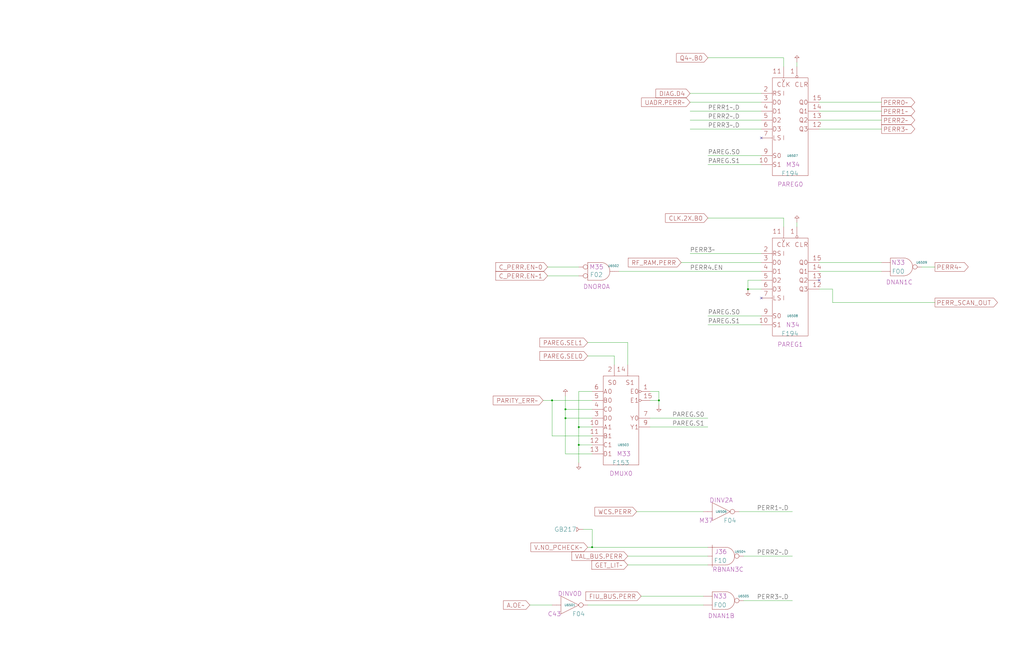
<source format=kicad_sch>
(kicad_sch (version 20211123) (generator eeschema)
  (paper "User" 584.2 378.46)
  (title_block (title "DIAGNOSTIC PROCESSOR\\nPULLUPS & PARITY REGISTER") (date "22-MAR-90") (rev "1.0") (comment 1 "VALUE") (comment 2 "232-003063") (comment 3 "S400") (comment 4 "RELEASED"))
  (lib_symbols
    (symbol "r1000:F00" (pin_numbers hide) (pin_names hide)
      (property "Reference" "U" (at 15.24 0 0))
      (property "Value" "F00" (at 1.905 -5.08 0))
      (property "Location" "___" (at 1.905 0 0))
      (property "Name" "______" (at 2.54 -12.7 0))
      (symbol "F00_0_1"
        (polyline (pts (xy -2.54 -7.62) (xy 5.08 -7.62)) (stroke (width 0.1524)))
        (polyline (pts (xy -2.54 2.54) (xy -2.54 -7.62)) (stroke (width 0.1524)))
        (polyline (pts (xy -2.54 2.54) (xy 5.08 2.54)) (stroke (width 0.1524)))
        (arc (start 5.08 -7.62) (mid 10.1282 -2.54) (end 5.08 2.54) (stroke (width 0.1524)))
        (circle (center 11.43 -2.54) (radius 1.27) (stroke (width 0.1524)))
      )
      (symbol "F00_0_2"
        (circle (center -3.81 -5.08) (radius 1.27) (stroke (width 0.1524)))
        (circle (center -3.81 0) (radius 1.27) (stroke (width 0.1524)))
        (arc (start -3.175 -7.62) (mid -2.134 -2.54) (end -3.175 2.54) (stroke (width 0.1524)))
        (polyline (pts (xy -3.175 -7.62) (xy 3.81 -7.62)) (stroke (width 0.1524)))
        (polyline (pts (xy -3.175 2.54) (xy 3.81 2.54)) (stroke (width 0.1524)))
        (arc (start 3.81 -7.62) (mid 7.5855 -5.8306) (end 10.16 -2.54) (stroke (width 0.1524)))
        (arc (start 10.16 -2.54) (mid 7.5827 0.7471) (end 3.81 2.54) (stroke (width 0.1524)))
      )
      (symbol "F00_1_1"
        (pin input line (at -7.62 0 0) (length 5.08) (name "D0") (number "1"))
        (pin input line (at -7.62 -5.08 0) (length 5.08) (name "D1") (number "2"))
        (pin output line (at 15.24 -2.54 180) (length 2.54) (name "Q") (number "3"))
      )
      (symbol "F00_1_2"
        (pin input line (at -7.62 0 0) (length 2.54) (name "D0") (number "1"))
        (pin input line (at -7.62 -5.08 0) (length 2.54) (name "D1") (number "2"))
        (pin output line (at 15.24 -2.54 180) (length 5.08) (name "Q") (number "3"))
      )
    )
    (symbol "r1000:F02" (pin_numbers hide) (pin_names hide)
      (property "Reference" "U" (at 12.16 0.635 0))
      (property "Value" "F02" (at -1.27 -4.445 0))
      (property "Location" "___" (at 2.54 0 0))
      (property "Name" "______" (at 2.54 -12.7 0))
      (symbol "F02_0_1"
        (arc (start -3.81 -7.62) (mid -2.9847 -2.54) (end -3.81 2.54) (stroke (width 0.1524)))
        (polyline (pts (xy -5.08 -5.08) (xy -3.175 -5.08)) (stroke (width 0.1524)))
        (polyline (pts (xy -5.08 0) (xy -3.175 0)) (stroke (width 0.1524)))
        (polyline (pts (xy -3.81 -7.62) (xy 2.54 -7.62)) (stroke (width 0.1524)))
        (polyline (pts (xy -3.81 2.54) (xy 2.54 2.54)) (stroke (width 0.1524)))
        (polyline (pts (xy 13.97 -2.54) (xy 12.7 -2.54)) (stroke (width 0.1524)))
        (arc (start 2.54 -7.62) (mid 6.9515 -5.9823) (end 10.16 -2.54) (stroke (width 0.1524)))
        (arc (start 10.16 -2.54) (mid 6.9478 0.8966) (end 2.54 2.54) (stroke (width 0.1524)))
        (circle (center 11.43 -2.54) (radius 1.27) (stroke (width 0.1524)))
      )
      (symbol "F02_0_2"
        (circle (center -3.81 -5.08) (radius 1.27) (stroke (width 0.1524)))
        (circle (center -3.81 0) (radius 1.27) (stroke (width 0.1524)))
        (polyline (pts (xy -2.54 -7.62) (xy 5.08 -7.62)) (stroke (width 0.1524)))
        (polyline (pts (xy -2.54 2.54) (xy -2.54 -7.62)) (stroke (width 0.1524)))
        (polyline (pts (xy -2.54 2.54) (xy 5.08 2.54)) (stroke (width 0.1524)))
        (polyline (pts (xy 11.43 -2.54) (xy 10.16 -2.54)) (stroke (width 0.1524)))
        (polyline (pts (xy 11.43 -2.54) (xy 12.7 -2.54)) (stroke (width 0.1524)))
        (arc (start 5.08 -7.62) (mid 10.1282 -2.54) (end 5.08 2.54) (stroke (width 0.1524)))
      )
      (symbol "F02_1_1"
        (pin input line (at -7.62 0 0) (length 2.54) (name "D0") (number "1"))
        (pin input line (at -7.62 -5.08 0) (length 2.54) (name "D1") (number "2"))
        (pin output line (at 15.24 -2.54 180) (length 1.27) (name "Q") (number "3"))
      )
      (symbol "F02_1_2"
        (pin input line (at -7.62 0 0) (length 2.54) (name "D0") (number "1"))
        (pin input line (at -7.62 -5.08 0) (length 2.54) (name "D1") (number "2"))
        (pin output line (at 15.24 -2.54 180) (length 2.54) (name "Q") (number "3"))
      )
    )
    (symbol "r1000:F04" (pin_numbers hide) (pin_names hide)
      (property "Reference" "U" (at 0 0 0))
      (property "Value" "F04" (at 1.27 -5.08 0))
      (property "Location" "___" (at -12.7 -5.08 0))
      (property "Name" "______" (at 0 5.08 0))
      (symbol "F04_0_1"
        (polyline (pts (xy -7.62 0) (xy -5.08 0)) (stroke (width 0.1524)))
        (polyline (pts (xy -5.08 5.08) (xy -5.08 -5.08)) (stroke (width 0.1524)))
        (polyline (pts (xy 5.08 0) (xy -5.08 -5.08)) (stroke (width 0.1524)))
        (polyline (pts (xy 5.08 0) (xy -5.08 5.08)) (stroke (width 0.1524)))
        (circle (center 6.35 0) (radius 1.27) (stroke (width 0.1524)))
      )
      (symbol "F04_1_1"
        (pin input line (at -10.16 0 0) (length 2.54) (name "D") (number "1"))
        (pin output line (at 10.16 0 180) (length 2.54) (name "Q") (number "2"))
      )
    )
    (symbol "r1000:F10" (pin_numbers hide) (pin_names hide)
      (property "Reference" "U" (at 13.335 0 0))
      (property "Value" "F10" (at 5.715 -5.08 0))
      (property "Location" "___" (at -1.27 0 0))
      (property "Name" "______" (at -2.54 -10.16 0))
      (symbol "F10_0_1"
        (polyline (pts (xy -2.54 -7.62) (xy 5.08 -7.62)) (stroke (width 0.1524)))
        (polyline (pts (xy -2.54 2.54) (xy 5.08 2.54)) (stroke (width 0.1524)))
        (polyline (pts (xy -2.54 3.81) (xy -2.54 -8.89)) (stroke (width 0.1524)))
        (arc (start 5.08 -7.62) (mid 10.1282 -2.54) (end 5.08 2.54) (stroke (width 0.1524)))
        (circle (center 11.43 -2.54) (radius 1.27) (stroke (width 0.1524)))
      )
      (symbol "F10_0_2"
        (circle (center -3.81 -7.62) (radius 1.27) (stroke (width 0.1524)))
        (circle (center -3.81 2.54) (radius 1.27) (stroke (width 0.1524)))
        (circle (center -3.175 -2.54) (radius 1.27) (stroke (width 0.1524)))
        (arc (start -2.54 -7.62) (mid -1.8195 -2.54) (end -2.54 2.54) (stroke (width 0.1524)))
        (polyline (pts (xy -4.445 -2.54) (xy -5.08 -2.54)) (stroke (width 0.1524)))
        (polyline (pts (xy -2.54 -7.62) (xy 5.08 -7.62)) (stroke (width 0.1524)))
        (polyline (pts (xy -2.54 2.54) (xy 5.08 2.54)) (stroke (width 0.1524)))
        (polyline (pts (xy 10.795 -2.54) (xy 12.7 -2.54)) (stroke (width 0.1524)))
        (arc (start 5.08 -7.62) (mid 8.4845 -5.6954) (end 10.795 -2.54) (stroke (width 0.1524)))
        (arc (start 10.795 -2.54) (mid 8.4807 0.6111) (end 5.08 2.54) (stroke (width 0.1524)))
      )
      (symbol "F10_1_1"
        (pin input line (at -5.08 2.54 0) (length 2.54) (name "D0") (number "1"))
        (pin input line (at -5.08 -2.54 0) (length 2.54) (name "D1") (number "2"))
        (pin input line (at -5.08 -7.62 0) (length 2.54) (name "D2") (number "3"))
        (pin output line (at 15.24 -2.54 180) (length 2.54) (name "Q") (number "4"))
      )
      (symbol "F10_1_2"
        (pin input line (at -5.08 2.54 0) (length 0) (name "D0") (number "1"))
        (pin input line (at -5.08 -2.54 0) (length 0) (name "D1") (number "2"))
        (pin input line (at -5.08 -7.62 0) (length 0) (name "D2") (number "3"))
        (pin output line (at 15.24 -2.54 180) (length 2.54) (name "Q") (number "4"))
      )
    )
    (symbol "r1000:F153" (pin_numbers hide) (pin_names (offset 1.016) hide)
      (property "Reference" "U" (at 2.54 5.08 0))
      (property "Value" "F153" (at -3.81 -5.08 0))
      (property "Location" "___" (at -1.27 0 0))
      (property "Name" "______" (at 1.27 -12.7 0))
      (symbol "F153_1_1"
        (rectangle (start -8.89 44.45) (end 11.43 -6.35))
        (circle (center 12.065 30.48) (radius 0.635))
        (circle (center 12.065 35.56) (radius 0.635))
        (text "0" (at -12.7 17.78 0) (effects (font (size 2.54 2.54))))
        (text "0" (at -5.08 20.32 0) (effects (font (size 2.54 2.54))))
        (text "0" (at -5.08 25.4 0) (effects (font (size 2.54 2.54))))
        (text "0" (at -5.08 30.48 0) (effects (font (size 2.54 2.54))))
        (text "0" (at -5.08 35.56 0) (effects (font (size 2.54 2.54))))
        (text "0" (at -2.54 40.64 0) (effects (font (size 2.54 2.54))))
        (text "0" (at 10.16 20.32 0) (effects (font (size 2.54 2.54))))
        (text "0" (at 10.16 35.56 0) (effects (font (size 2.54 2.54))))
        (text "1" (at -15.24 2.54 0) (effects (font (size 2.54 2.54))))
        (text "1" (at -15.24 7.62 0) (effects (font (size 2.54 2.54))))
        (text "1" (at -15.24 12.7 0) (effects (font (size 2.54 2.54))))
        (text "1" (at -15.24 17.78 0) (effects (font (size 2.54 2.54))))
        (text "1" (at -12.7 12.7 0) (effects (font (size 2.54 2.54))))
        (text "1" (at -5.08 0 0) (effects (font (size 2.54 2.54))))
        (text "1" (at -5.08 5.08 0) (effects (font (size 2.54 2.54))))
        (text "1" (at -5.08 10.16 0) (effects (font (size 2.54 2.54))))
        (text "1" (at -5.08 15.24 0) (effects (font (size 2.54 2.54))))
        (text "1" (at 0 48.26 0) (effects (font (size 2.54 2.54))))
        (text "1" (at 7.62 40.64 0) (effects (font (size 2.54 2.54))))
        (text "1" (at 10.16 15.24 0) (effects (font (size 2.54 2.54))))
        (text "1" (at 10.16 30.48 0) (effects (font (size 2.54 2.54))))
        (text "1" (at 15.24 33.02 0) (effects (font (size 2.54 2.54))))
        (text "1" (at 15.24 38.1 0) (effects (font (size 2.54 2.54))))
        (text "2" (at -12.7 7.62 0) (effects (font (size 2.54 2.54))))
        (text "2" (at -5.08 48.26 0) (effects (font (size 2.54 2.54))))
        (text "3" (at -12.7 2.54 0) (effects (font (size 2.54 2.54))))
        (text "3" (at -12.7 22.86 0) (effects (font (size 2.54 2.54))))
        (text "4" (at -12.7 27.94 0) (effects (font (size 2.54 2.54))))
        (text "4" (at 2.54 48.26 0) (effects (font (size 2.54 2.54))))
        (text "5" (at -12.7 33.02 0) (effects (font (size 2.54 2.54))))
        (text "5" (at 17.78 33.02 0) (effects (font (size 2.54 2.54))))
        (text "6" (at -12.7 38.1 0) (effects (font (size 2.54 2.54))))
        (text "7" (at 15.24 22.86 0) (effects (font (size 2.54 2.54))))
        (text "9" (at 15.24 17.78 0) (effects (font (size 2.54 2.54))))
        (text "A" (at -7.62 15.24 0) (effects (font (size 2.54 2.54))))
        (text "A" (at -7.62 35.56 0) (effects (font (size 2.54 2.54))))
        (text "B" (at -7.62 10.16 0) (effects (font (size 2.54 2.54))))
        (text "B" (at -7.62 30.48 0) (effects (font (size 2.54 2.54))))
        (text "C" (at -7.62 5.08 0) (effects (font (size 2.54 2.54))))
        (text "C" (at -7.62 25.4 0) (effects (font (size 2.54 2.54))))
        (text "D" (at -7.62 0 0) (effects (font (size 2.54 2.54))))
        (text "D" (at -7.62 20.32 0) (effects (font (size 2.54 2.54))))
        (text "E" (at 7.62 30.48 0) (effects (font (size 2.54 2.54))))
        (text "E" (at 7.62 35.56 0) (effects (font (size 2.54 2.54))))
        (text "S" (at -5.08 40.64 0) (effects (font (size 2.54 2.54))))
        (text "S" (at 5.08 40.64 0) (effects (font (size 2.54 2.54))))
        (text "Y" (at 7.62 15.24 0) (effects (font (size 2.54 2.54))))
        (text "Y" (at 7.62 20.32 0) (effects (font (size 2.54 2.54))))
        (pin input line (at 17.78 35.56 180) (length 5.08) (name "E0_") (number "1"))
        (pin input line (at -15.24 15.24 0) (length 6.35) (name "A1") (number "10"))
        (pin input line (at -15.24 10.16 0) (length 6.35) (name "B1") (number "11"))
        (pin input line (at -15.24 5.08 0) (length 6.35) (name "C1") (number "12"))
        (pin input line (at -15.24 0 0) (length 6.35) (name "D1") (number "13"))
        (pin input line (at 5.08 50.8 270) (length 6.35) (name "S1") (number "14"))
        (pin input line (at 17.78 30.48 180) (length 5.08) (name "E1_") (number "15"))
        (pin input line (at -2.54 50.8 270) (length 6.35) (name "S0") (number "2"))
        (pin input line (at -15.24 20.32 0) (length 6.35) (name "D0") (number "3"))
        (pin input line (at -15.24 25.4 0) (length 6.35) (name "C0") (number "4"))
        (pin input line (at -15.24 30.48 0) (length 6.35) (name "B0") (number "5"))
        (pin input line (at -15.24 35.56 0) (length 6.35) (name "A0") (number "6"))
        (pin output line (at 17.78 20.32 180) (length 6.35) (name "Y0") (number "7"))
        (pin output line (at 17.78 15.24 180) (length 6.35) (name "Y1") (number "9"))
      )
    )
    (symbol "r1000:F194" (pin_numbers hide) (pin_names (offset 1.016) hide)
      (property "Reference" "U" (at 2.54 5.08 0))
      (property "Value" "F194" (at -3.81 -5.08 0))
      (property "Location" "___" (at -1.27 0 0))
      (property "Name" "______" (at 1.27 -12.7 0))
      (symbol "F194_1_1"
        (rectangle (start -8.89 49.53) (end 11.43 -6.35))
        (circle (center 5.08 50.165) (radius 0.635))
        (text "0" (at -12.7 2.54 0) (effects (font (size 2.54 2.54))))
        (text "0" (at -5.08 5.08 0) (effects (font (size 2.54 2.54))))
        (text "0" (at -5.08 35.56 0) (effects (font (size 2.54 2.54))))
        (text "0" (at 10.16 35.56 0) (effects (font (size 2.54 2.54))))
        (text "1" (at -15.24 2.54 0) (effects (font (size 2.54 2.54))))
        (text "1" (at -7.62 53.34 0) (effects (font (size 2.54 2.54))))
        (text "1" (at -5.08 0 0) (effects (font (size 2.54 2.54))))
        (text "1" (at -5.08 30.48 0) (effects (font (size 2.54 2.54))))
        (text "1" (at -5.08 53.34 0) (effects (font (size 2.54 2.54))))
        (text "1" (at 2.54 53.34 0) (effects (font (size 2.54 2.54))))
        (text "1" (at 10.16 30.48 0) (effects (font (size 2.54 2.54))))
        (text "1" (at 15.24 22.86 0) (effects (font (size 2.54 2.54))))
        (text "1" (at 15.24 27.94 0) (effects (font (size 2.54 2.54))))
        (text "1" (at 15.24 33.02 0) (effects (font (size 2.54 2.54))))
        (text "1" (at 15.24 38.1 0) (effects (font (size 2.54 2.54))))
        (text "2" (at -12.7 43.18 0) (effects (font (size 2.54 2.54))))
        (text "2" (at -5.08 25.4 0) (effects (font (size 2.54 2.54))))
        (text "2" (at 10.16 25.4 0) (effects (font (size 2.54 2.54))))
        (text "2" (at 17.78 22.86 0) (effects (font (size 2.54 2.54))))
        (text "3" (at -12.7 38.1 0) (effects (font (size 2.54 2.54))))
        (text "3" (at -5.08 20.32 0) (effects (font (size 2.54 2.54))))
        (text "3" (at 10.16 20.32 0) (effects (font (size 2.54 2.54))))
        (text "3" (at 17.78 27.94 0) (effects (font (size 2.54 2.54))))
        (text "4" (at -12.7 33.02 0) (effects (font (size 2.54 2.54))))
        (text "4" (at 17.78 33.02 0) (effects (font (size 2.54 2.54))))
        (text "5" (at -12.7 27.94 0) (effects (font (size 2.54 2.54))))
        (text "5" (at 17.78 38.1 0) (effects (font (size 2.54 2.54))))
        (text "6" (at -12.7 22.86 0) (effects (font (size 2.54 2.54))))
        (text "7" (at -12.7 17.78 0) (effects (font (size 2.54 2.54))))
        (text "9" (at -12.7 7.62 0) (effects (font (size 2.54 2.54))))
        (text "C" (at -5.08 45.72 0) (effects (font (size 2.54 2.54))))
        (text "C" (at 5.08 45.72 0) (effects (font (size 2.54 2.54))))
        (text "D" (at -7.62 20.32 0) (effects (font (size 2.54 2.54))))
        (text "D" (at -7.62 25.4 0) (effects (font (size 2.54 2.54))))
        (text "D" (at -7.62 30.48 0) (effects (font (size 2.54 2.54))))
        (text "D" (at -7.62 35.56 0) (effects (font (size 2.54 2.54))))
        (text "I" (at -2.54 15.24 0) (effects (font (size 2.54 2.54))))
        (text "I" (at -2.54 40.64 0) (effects (font (size 2.54 2.54))))
        (text "K" (at 0 45.72 0) (effects (font (size 2.54 2.54))))
        (text "L" (at -7.62 15.24 0) (effects (font (size 2.54 2.54))))
        (text "L" (at -2.54 45.72 0) (effects (font (size 2.54 2.54))))
        (text "L" (at 7.62 45.72 0) (effects (font (size 2.54 2.54))))
        (text "Q" (at 7.62 20.32 0) (effects (font (size 2.54 2.54))))
        (text "Q" (at 7.62 25.4 0) (effects (font (size 2.54 2.54))))
        (text "Q" (at 7.62 30.48 0) (effects (font (size 2.54 2.54))))
        (text "Q" (at 7.62 35.56 0) (effects (font (size 2.54 2.54))))
        (text "R" (at -7.62 40.64 0) (effects (font (size 2.54 2.54))))
        (text "R" (at 10.16 45.72 0) (effects (font (size 2.54 2.54))))
        (text "S" (at -7.62 0 0) (effects (font (size 2.54 2.54))))
        (text "S" (at -7.62 5.08 0) (effects (font (size 2.54 2.54))))
        (text "S" (at -5.08 15.24 0) (effects (font (size 2.54 2.54))))
        (text "S" (at -5.08 40.64 0) (effects (font (size 2.54 2.54))))
        (text "v" (at -2.54 48.26 0) (effects (font (size 2.54 2.54))))
        (pin input line (at 5.08 55.88 270) (length 5.08) (name "CLR_") (number "1"))
        (pin input line (at -15.24 0 0) (length 6.35) (name "S1") (number "10"))
        (pin input line (at -2.54 55.88 270) (length 6.35) (name "CLK") (number "11"))
        (pin output line (at 17.78 20.32 180) (length 6.35) (name "Q3") (number "12"))
        (pin output line (at 17.78 25.4 180) (length 6.35) (name "Q2") (number "13"))
        (pin output line (at 17.78 30.48 180) (length 6.35) (name "Q1") (number "14"))
        (pin output line (at 17.78 35.56 180) (length 6.35) (name "Q0") (number "15"))
        (pin input line (at -15.24 40.64 0) (length 6.35) (name "RSI") (number "2"))
        (pin input line (at -15.24 35.56 0) (length 6.35) (name "D0") (number "3"))
        (pin input line (at -15.24 30.48 0) (length 6.35) (name "D1") (number "4"))
        (pin input line (at -15.24 25.4 0) (length 6.35) (name "D2") (number "5"))
        (pin input line (at -15.24 20.32 0) (length 6.35) (name "D3") (number "6"))
        (pin input line (at -15.24 15.24 0) (length 6.35) (name "LSI") (number "7"))
        (pin input line (at -15.24 5.08 0) (length 6.35) (name "S0") (number "9"))
      )
    )
    (symbol "r1000:GB" (pin_numbers hide) (pin_names (offset 0) hide)
      (property "Reference" "GB" (at 3.81 0 0))
      (symbol "GB_0_1"
        (polyline (pts (xy 2.54 0) (xy 3.81 1.27) (xy 3.81 -1.27) (xy 2.54 0)) (stroke (width 0.1524)))
      )
      (symbol "GB_1_1"
        (pin bidirectional line (at 0 0 0) (length 2.54) (name "") (number "1"))
      )
    )
    (symbol "r1000:PD" (power) (pin_numbers hide) (pin_names hide) (in_bom no)
      (symbol "PD_0_1"
        (polyline (pts (xy 0 -2.54) (xy 1.27 -2.54) (xy 0 -3.81) (xy -1.27 -2.54) (xy 0 -2.54)) (stroke (width 0.1524)))
      )
      (symbol "PD_1_1"
        (pin power_in line (at 0 0 270) (length 2.54) (name "PD") (number "1"))
      )
    )
    (symbol "r1000:PU" (power) (pin_numbers hide) (pin_names hide)
      (symbol "PU_0_1"
        (polyline (pts (xy 0 2.54) (xy -1.27 2.54) (xy 0 3.81) (xy 1.27 2.54) (xy 0 2.54)) (stroke (width 0.1524)))
      )
      (symbol "PU_1_1"
        (pin power_in line (at 0 0 90) (length 2.54) (name "PU") (number "1"))
      )
    )
  )
  (wire (pts (xy 302.26 345.44) (xy 314.96 345.44)))
  (wire (pts (xy 309.88 228.6) (xy 314.96 228.6)))
  (wire (pts (xy 312.42 152.4) (xy 330.2 152.4)))
  (wire (pts (xy 312.42 157.48) (xy 330.2 157.48)))
  (wire (pts (xy 314.96 228.6) (xy 337.82 228.6)))
  (wire (pts (xy 314.96 248.92) (xy 314.96 228.6)))
  (wire (pts (xy 322.58 233.68) (xy 322.58 226.06)))
  (wire (pts (xy 322.58 233.68) (xy 337.82 233.68)))
  (wire (pts (xy 322.58 238.76) (xy 322.58 233.68)))
  (wire (pts (xy 322.58 238.76) (xy 337.82 238.76)))
  (wire (pts (xy 322.58 259.08) (xy 322.58 238.76)))
  (wire (pts (xy 330.2 223.52) (xy 330.2 243.84)))
  (wire (pts (xy 330.2 243.84) (xy 330.2 254)))
  (wire (pts (xy 330.2 243.84) (xy 337.82 243.84)))
  (wire (pts (xy 330.2 254) (xy 330.2 264.16)))
  (wire (pts (xy 330.2 254) (xy 337.82 254)))
  (wire (pts (xy 332.74 302.26) (xy 337.82 302.26)))
  (wire (pts (xy 335.28 195.58) (xy 358.14 195.58)))
  (wire (pts (xy 335.28 203.2) (xy 350.52 203.2)))
  (wire (pts (xy 335.28 312.42) (xy 337.82 312.42)))
  (wire (pts (xy 335.28 345.44) (xy 401.32 345.44)))
  (wire (pts (xy 337.82 223.52) (xy 330.2 223.52)))
  (wire (pts (xy 337.82 248.92) (xy 314.96 248.92)))
  (wire (pts (xy 337.82 259.08) (xy 322.58 259.08)))
  (wire (pts (xy 337.82 302.26) (xy 337.82 312.42)))
  (wire (pts (xy 337.82 312.42) (xy 403.86 312.42)))
  (wire (pts (xy 350.52 208.28) (xy 350.52 203.2)))
  (wire (pts (xy 353.06 154.94) (xy 434.34 154.94)))
  (wire (pts (xy 358.14 208.28) (xy 358.14 195.58)))
  (wire (pts (xy 358.14 317.5) (xy 403.86 317.5)))
  (wire (pts (xy 358.14 322.58) (xy 403.86 322.58)))
  (wire (pts (xy 363.22 292.1) (xy 401.32 292.1)))
  (wire (pts (xy 365.76 340.36) (xy 401.32 340.36)))
  (wire (pts (xy 370.84 223.52) (xy 375.92 223.52)))
  (wire (pts (xy 370.84 228.6) (xy 375.92 228.6)))
  (wire (pts (xy 370.84 238.76) (xy 403.86 238.76)))
  (wire (pts (xy 370.84 243.84) (xy 403.86 243.84)))
  (wire (pts (xy 375.92 223.52) (xy 375.92 228.6)))
  (wire (pts (xy 375.92 228.6) (xy 375.92 231.14)))
  (wire (pts (xy 388.62 149.86) (xy 434.34 149.86)))
  (wire (pts (xy 393.7 144.78) (xy 434.34 144.78)))
  (wire (pts (xy 393.7 53.34) (xy 434.34 53.34)))
  (wire (pts (xy 393.7 58.42) (xy 434.34 58.42)))
  (wire (pts (xy 393.7 63.5) (xy 434.34 63.5)))
  (wire (pts (xy 393.7 68.58) (xy 434.34 68.58)))
  (wire (pts (xy 393.7 73.66) (xy 434.34 73.66)))
  (wire (pts (xy 403.86 124.46) (xy 447.04 124.46)))
  (wire (pts (xy 403.86 180.34) (xy 434.34 180.34)))
  (wire (pts (xy 403.86 185.42) (xy 434.34 185.42)))
  (wire (pts (xy 403.86 33.02) (xy 447.04 33.02)))
  (wire (pts (xy 403.86 88.9) (xy 434.34 88.9)))
  (wire (pts (xy 403.86 93.98) (xy 434.34 93.98)))
  (wire (pts (xy 421.64 292.1) (xy 452.12 292.1)))
  (wire (pts (xy 424.18 317.5) (xy 452.12 317.5)))
  (wire (pts (xy 424.18 342.9) (xy 452.12 342.9)))
  (wire (pts (xy 426.72 160.02) (xy 426.72 165.1)))
  (wire (pts (xy 426.72 165.1) (xy 434.34 165.1)))
  (wire (pts (xy 434.34 160.02) (xy 426.72 160.02)))
  (wire (pts (xy 447.04 129.54) (xy 447.04 124.46)))
  (wire (pts (xy 447.04 38.1) (xy 447.04 33.02)))
  (wire (pts (xy 454.66 127) (xy 454.66 129.54)))
  (wire (pts (xy 454.66 35.56) (xy 454.66 38.1)))
  (wire (pts (xy 467.36 149.86) (xy 502.92 149.86)))
  (wire (pts (xy 467.36 154.94) (xy 502.92 154.94)))
  (wire (pts (xy 467.36 165.1) (xy 474.98 165.1)))
  (wire (pts (xy 467.36 58.42) (xy 502.92 58.42)))
  (wire (pts (xy 467.36 63.5) (xy 502.92 63.5)))
  (wire (pts (xy 467.36 68.58) (xy 502.92 68.58)))
  (wire (pts (xy 467.36 73.66) (xy 502.92 73.66)))
  (wire (pts (xy 474.98 165.1) (xy 474.98 172.72)))
  (wire (pts (xy 474.98 172.72) (xy 533.4 172.72)))
  (wire (pts (xy 525.78 152.4) (xy 533.4 152.4)))
  (global_label "A.OE~" (shape input) (at 302.26 345.44 180) (effects (font (size 2.54 2.54))) (property "Intersheet References" "${INTERSHEET_REFS}" (at 287.4645 345.2813 0) (effects (font (size 2.54 2.54)) (justify right))))
  (global_label "PARITY_ERR~" (shape input) (at 309.88 228.6 180) (effects (font (size 2.54 2.54))) (property "Intersheet References" "${INTERSHEET_REFS}" (at 281.5378 228.4413 0) (effects (font (size 2.54 2.54)) (justify right))))
  (global_label "C_PERR.EN~0" (shape input) (at 312.42 152.4 180) (effects (font (size 2.54 2.54))) (property "Intersheet References" "${INTERSHEET_REFS}" (at 282.9893 152.2413 0) (effects (font (size 2.54 2.54)) (justify right))))
  (global_label "C_PERR.EN~1" (shape input) (at 312.42 157.48 180) (effects (font (size 2.54 2.54))) (property "Intersheet References" "${INTERSHEET_REFS}" (at 282.9893 157.3213 0) (effects (font (size 2.54 2.54)) (justify right))))
  (junction (at 314.96 228.6))
  (symbol (lib_id "r1000:PU") (at 322.58 226.06 0) (unit 1)
    (property "Reference" "#PWR06501" (effects hide))
    (property "Value" "PU" (effects hide))
  )
  (junction (at 322.58 233.68))
  (junction (at 322.58 238.76))
  (symbol (lib_id "r1000:F04") (at 325.12 345.44 0) (unit 1)
    (property "Reference" "U6501" (at 325.12 345.44 0))
    (property "Value" "F04" (at 326.39 350.52 0) (effects (font (size 2.54 2.54)) (justify left)))
    (property "Location" "C43" (at 312.42 350.52 0) (effects (font (size 2.54 2.54)) (justify left)))
    (property "Name" "DINV0D" (at 325.12 340.36 0) (effects (font (size 2.54 2.54)) (justify bottom)))
  )
  (junction (at 330.2 243.84))
  (junction (at 330.2 254))
  (symbol (lib_id "r1000:PD") (at 330.2 264.16 0) (unit 1) (in_bom no)
    (property "Reference" "#PWR06502" (effects hide))
    (property "Value" "PD" (effects hide))
  )
  (symbol (lib_id "r1000:GB") (at 332.74 302.26 0) (mirror y) (unit 1)
    (property "Reference" "GB217" (at 328.93 302.26 0) (effects (font (size 2.54 2.54)) (justify left)))
    (property "Value" "GB" (effects hide))
  )
  (global_label "PAREG.SEL1" (shape input) (at 335.28 195.58 180) (effects (font (size 2.54 2.54))) (property "Intersheet References" "${INTERSHEET_REFS}" (at 308.1474 195.4213 0) (effects (font (size 2.54 2.54)) (justify right))))
  (global_label "PAREG.SEL0" (shape input) (at 335.28 203.2 180) (effects (font (size 2.54 2.54))) (property "Intersheet References" "${INTERSHEET_REFS}" (at 308.1474 203.0413 0) (effects (font (size 2.54 2.54)) (justify right))))
  (global_label "V.NO_PCHECK~" (shape input) (at 335.28 312.42 180) (effects (font (size 2.54 2.54))) (property "Intersheet References" "${INTERSHEET_REFS}" (at 303.0674 312.2613 0) (effects (font (size 2.54 2.54)) (justify right))))
  (symbol (lib_id "r1000:F02") (at 337.82 152.4 0) (unit 1) (convert 2)
    (property "Reference" "U6502" (at 349.98 151.765 0))
    (property "Value" "F02" (at 336.55 156.845 0) (effects (font (size 2.54 2.54)) (justify left)))
    (property "Location" "M35" (at 340.36 152.4 0) (effects (font (size 2.54 2.54))))
    (property "Name" "DNOR0A" (at 340.36 165.1 0) (effects (font (size 2.54 2.54)) (justify bottom)))
  )
  (junction (at 337.82 312.42))
  (symbol (lib_id "r1000:F153") (at 353.06 259.08 0) (unit 1)
    (property "Reference" "U6503" (at 355.6 254 0))
    (property "Value" "F153" (at 349.25 264.16 0) (effects (font (size 2.54 2.54)) (justify left)))
    (property "Location" "M33" (at 351.79 259.08 0) (effects (font (size 2.54 2.54)) (justify left)))
    (property "Name" "DMUX0" (at 354.33 271.78 0) (effects (font (size 2.54 2.54)) (justify bottom)))
  )
  (global_label "VAL_BUS.PERR" (shape input) (at 358.14 317.5 180) (effects (font (size 2.54 2.54))) (property "Intersheet References" "${INTERSHEET_REFS}" (at 326.4112 317.3413 0) (effects (font (size 2.54 2.54)) (justify right))))
  (global_label "GET_LIT~" (shape input) (at 358.14 322.58 180) (effects (font (size 2.54 2.54))) (property "Intersheet References" "${INTERSHEET_REFS}" (at 337.7807 322.4213 0) (effects (font (size 2.54 2.54)) (justify right))))
  (global_label "WCS.PERR" (shape input) (at 363.22 292.1 180) (effects (font (size 2.54 2.54))) (property "Intersheet References" "${INTERSHEET_REFS}" (at 339.595 291.9413 0) (effects (font (size 2.54 2.54)) (justify right))))
  (global_label "FIU_BUS.PERR" (shape input) (at 365.76 340.36 180) (effects (font (size 2.54 2.54))) (property "Intersheet References" "${INTERSHEET_REFS}" (at 334.394 340.2013 0) (effects (font (size 2.54 2.54)) (justify right))))
  (junction (at 375.92 228.6))
  (symbol (lib_id "r1000:PD") (at 375.92 231.14 0) (unit 1) (in_bom no)
    (property "Reference" "#PWR06503" (effects hide))
    (property "Value" "PD" (effects hide))
  )
  (label "PAREG.S0" (at 383.54 238.76 0) (effects (font (size 2.54 2.54))))
  (label "PAREG.S1" (at 383.54 243.84 0) (effects (font (size 2.54 2.54))))
  (global_label "RF_RAM.PERR" (shape input) (at 388.62 149.86 180) (effects (font (size 2.54 2.54))) (property "Intersheet References" "${INTERSHEET_REFS}" (at 358.5845 149.7013 0) (effects (font (size 2.54 2.54)) (justify right))))
  (global_label "DIAG.D4" (shape input) (at 393.7 53.34 180) (effects (font (size 2.54 2.54))) (property "Intersheet References" "${INTERSHEET_REFS}" (at 374.4293 53.1813 0) (effects (font (size 2.54 2.54)) (justify right))))
  (global_label "UADR.PERR~" (shape input) (at 393.7 58.42 180) (effects (font (size 2.54 2.54))) (property "Intersheet References" "${INTERSHEET_REFS}" (at 366.2045 58.2613 0) (effects (font (size 2.54 2.54)) (justify right))))
  (label "PERR3~" (at 393.7 144.78 0) (effects (font (size 2.54 2.54))))
  (label "PERR4.EN" (at 393.7 154.94 0) (effects (font (size 2.54 2.54))))
  (global_label "Q4~.B0" (shape input) (at 403.86 33.02 180) (effects (font (size 2.54 2.54))) (property "Intersheet References" "${INTERSHEET_REFS}" (at 386.1616 32.8613 0) (effects (font (size 2.54 2.54)) (justify right))))
  (label "PERR1~.D" (at 403.86 63.5 0) (effects (font (size 2.54 2.54))))
  (label "PERR2~.D" (at 403.86 68.58 0) (effects (font (size 2.54 2.54))))
  (label "PERR3~.D" (at 403.86 73.66 0) (effects (font (size 2.54 2.54))))
  (label "PAREG.S0" (at 403.86 88.9 0) (effects (font (size 2.54 2.54))))
  (label "PAREG.S1" (at 403.86 93.98 0) (effects (font (size 2.54 2.54))))
  (global_label "CLK.2X.B0" (shape input) (at 403.86 124.46 180) (effects (font (size 2.54 2.54))) (property "Intersheet References" "${INTERSHEET_REFS}" (at 379.8721 124.3013 0) (effects (font (size 2.54 2.54)) (justify right))))
  (label "PAREG.S0" (at 403.86 180.34 0) (effects (font (size 2.54 2.54))))
  (label "PAREG.S1" (at 403.86 185.42 0) (effects (font (size 2.54 2.54))))
  (symbol (lib_id "r1000:F10") (at 408.94 314.96 0) (unit 1)
    (property "Reference" "U6504" (at 422.275 314.96 0))
    (property "Value" "F10" (at 414.655 320.04 0) (effects (font (size 2.54 2.54)) (justify right)))
    (property "Location" "J36" (at 407.67 314.96 0) (effects (font (size 2.54 2.54)) (justify left)))
    (property "Name" "RBNAN3C" (at 406.4 325.12 0) (effects (font (size 2.54 2.54)) (justify left)))
  )
  (symbol (lib_id "r1000:F00") (at 408.94 340.36 0) (unit 1)
    (property "Reference" "U6505" (at 424.18 340.36 0))
    (property "Value" "F00" (at 410.845 345.44 0) (effects (font (size 2.54 2.54))))
    (property "Location" "N33" (at 410.845 340.36 0) (effects (font (size 2.54 2.54))))
    (property "Name" "DNAN1B" (at 411.48 353.06 0) (effects (font (size 2.54 2.54)) (justify bottom)))
  )
  (symbol (lib_id "r1000:F04") (at 411.48 292.1 0) (unit 1)
    (property "Reference" "U6506" (at 411.48 292.1 0))
    (property "Value" "F04" (at 412.75 297.18 0) (effects (font (size 2.54 2.54)) (justify left)))
    (property "Location" "M37" (at 398.78 297.18 0) (effects (font (size 2.54 2.54)) (justify left)))
    (property "Name" "DINV2A" (at 411.48 287.02 0) (effects (font (size 2.54 2.54)) (justify bottom)))
  )
  (junction (at 426.72 165.1))
  (symbol (lib_id "r1000:PD") (at 426.72 165.1 0) (unit 1) (in_bom no)
    (property "Reference" "#PWR06504" (effects hide))
    (property "Value" "PD" (effects hide))
  )
  (label "PERR1~.D" (at 431.8 292.1 0) (effects (font (size 2.54 2.54))))
  (label "PERR2~.D" (at 431.8 317.5 0) (effects (font (size 2.54 2.54))))
  (label "PERR3~.D" (at 431.8 342.9 0) (effects (font (size 2.54 2.54))))
  (no_connect (at 434.34 78.74))
  (no_connect (at 434.34 170.18))
  (symbol (lib_id "r1000:F194") (at 449.58 93.98 0) (unit 1)
    (property "Reference" "U6507" (at 452.12 88.9 0))
    (property "Value" "F194" (at 445.77 99.06 0) (effects (font (size 2.54 2.54)) (justify left)))
    (property "Location" "M34" (at 448.31 93.98 0) (effects (font (size 2.54 2.54)) (justify left)))
    (property "Name" "PAREG0" (at 450.85 106.68 0) (effects (font (size 2.54 2.54)) (justify bottom)))
  )
  (symbol (lib_id "r1000:F194") (at 449.58 185.42 0) (unit 1)
    (property "Reference" "U6508" (at 452.12 180.34 0))
    (property "Value" "F194" (at 445.77 190.5 0) (effects (font (size 2.54 2.54)) (justify left)))
    (property "Location" "N34" (at 448.31 185.42 0) (effects (font (size 2.54 2.54)) (justify left)))
    (property "Name" "PAREG1" (at 450.85 198.12 0) (effects (font (size 2.54 2.54)) (justify bottom)))
  )
  (symbol (lib_id "r1000:PU") (at 454.66 35.56 0) (unit 1)
    (property "Reference" "#PWR06505" (effects hide))
    (property "Value" "PU" (effects hide))
  )
  (symbol (lib_id "r1000:PU") (at 454.66 127 0) (unit 1)
    (property "Reference" "#PWR06506" (effects hide))
    (property "Value" "PU" (effects hide))
  )
  (no_connect (at 467.36 160.02))
  (global_label "PERR0~" (shape output) (at 502.92 58.42 0) (effects (font (size 2.54 2.54))) (property "Intersheet References" "${INTERSHEET_REFS}" (at 521.7069 58.2613 0) (effects (font (size 2.54 2.54)) (justify left))))
  (global_label "PERR1~" (shape output) (at 502.92 63.5 0) (effects (font (size 2.54 2.54))) (property "Intersheet References" "${INTERSHEET_REFS}" (at 521.7069 63.3413 0) (effects (font (size 2.54 2.54)) (justify left))))
  (global_label "PERR2~" (shape output) (at 502.92 68.58 0) (effects (font (size 2.54 2.54))) (property "Intersheet References" "${INTERSHEET_REFS}" (at 521.7069 68.4213 0) (effects (font (size 2.54 2.54)) (justify left))))
  (global_label "PERR3~" (shape output) (at 502.92 73.66 0) (effects (font (size 2.54 2.54))) (property "Intersheet References" "${INTERSHEET_REFS}" (at 521.7069 73.5013 0) (effects (font (size 2.54 2.54)) (justify left))))
  (symbol (lib_id "r1000:F00") (at 510.54 149.86 0) (unit 1)
    (property "Reference" "U6509" (at 525.78 149.86 0))
    (property "Value" "F00" (at 512.445 154.94 0) (effects (font (size 2.54 2.54))))
    (property "Location" "N33" (at 512.445 149.86 0) (effects (font (size 2.54 2.54))))
    (property "Name" "DNAN1C" (at 513.08 162.56 0) (effects (font (size 2.54 2.54)) (justify bottom)))
  )
  (global_label "PERR4~" (shape output) (at 533.4 152.4 0) (effects (font (size 2.54 2.54))) (property "Intersheet References" "${INTERSHEET_REFS}" (at 552.1869 152.2413 0) (effects (font (size 2.54 2.54)) (justify left))))
  (global_label "PERR_SCAN_OUT" (shape output) (at 533.4 172.72 0) (effects (font (size 2.54 2.54))) (property "Intersheet References" "${INTERSHEET_REFS}" (at 568.8784 172.5613 0) (effects (font (size 2.54 2.54)) (justify left))))
)
</source>
